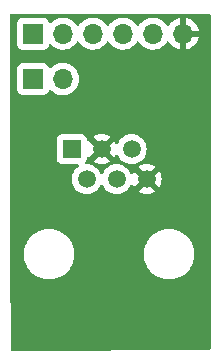
<source format=gbr>
%TF.GenerationSoftware,KiCad,Pcbnew,6.0.2+dfsg-1*%
%TF.CreationDate,2022-09-19T17:12:00+02:00*%
%TF.ProjectId,p1-interface,70312d69-6e74-4657-9266-6163652e6b69,rev?*%
%TF.SameCoordinates,Original*%
%TF.FileFunction,Copper,L2,Bot*%
%TF.FilePolarity,Positive*%
%FSLAX46Y46*%
G04 Gerber Fmt 4.6, Leading zero omitted, Abs format (unit mm)*
G04 Created by KiCad (PCBNEW 6.0.2+dfsg-1) date 2022-09-19 17:12:00*
%MOMM*%
%LPD*%
G01*
G04 APERTURE LIST*
%TA.AperFunction,ComponentPad*%
%ADD10R,1.700000X1.700000*%
%TD*%
%TA.AperFunction,ComponentPad*%
%ADD11O,1.700000X1.700000*%
%TD*%
%TA.AperFunction,ComponentPad*%
%ADD12R,1.520000X1.520000*%
%TD*%
%TA.AperFunction,ComponentPad*%
%ADD13C,1.520000*%
%TD*%
%TA.AperFunction,ViaPad*%
%ADD14C,0.800000*%
%TD*%
G04 APERTURE END LIST*
D10*
%TO.P,J2,1,Pin_1*%
%TO.N,Net-(J2-Pad1)*%
X128750000Y-62750000D03*
D11*
%TO.P,J2,2,Pin_2*%
%TO.N,+3V3*%
X131290000Y-62750000D03*
%TO.P,J2,3,Pin_3*%
X133830000Y-62750000D03*
%TO.P,J2,4,Pin_4*%
%TO.N,unconnected-(J2-Pad4)*%
X136370000Y-62750000D03*
%TO.P,J2,5,Pin_5*%
%TO.N,/rx*%
X138910000Y-62750000D03*
%TO.P,J2,6,Pin_6*%
%TO.N,GND*%
X141450000Y-62750000D03*
%TD*%
D12*
%TO.P,J1,1*%
%TO.N,+5V*%
X132030000Y-72530000D03*
D13*
%TO.P,J1,2*%
X133300000Y-75070000D03*
%TO.P,J1,3*%
%TO.N,GND*%
X134570000Y-72530000D03*
%TO.P,J1,4*%
%TO.N,unconnected-(J1-Pad4)*%
X135840000Y-75070000D03*
%TO.P,J1,5*%
%TO.N,Net-(J1-Pad5)*%
X137110000Y-72530000D03*
%TO.P,J1,6*%
%TO.N,GND*%
X138380000Y-75070000D03*
%TD*%
D10*
%TO.P,J3,1,Pin_1*%
%TO.N,Net-(J2-Pad1)*%
X128750000Y-66600000D03*
D11*
%TO.P,J3,2,Pin_2*%
%TO.N,+5V*%
X131290000Y-66600000D03*
%TD*%
D14*
%TO.N,GND*%
X129800000Y-88250000D03*
X139200000Y-65350000D03*
X141050000Y-88050000D03*
%TD*%
%TA.AperFunction,Conductor*%
%TO.N,GND*%
G36*
X143734121Y-61078002D02*
G01*
X143780614Y-61131658D01*
X143792000Y-61184000D01*
X143792000Y-89417763D01*
X143771998Y-89485884D01*
X143718342Y-89532377D01*
X143666351Y-89543763D01*
X143561784Y-89544054D01*
X126983276Y-89590235D01*
X126915101Y-89570422D01*
X126868459Y-89516896D01*
X126856926Y-89464448D01*
X126843542Y-81554277D01*
X127985735Y-81554277D01*
X128023705Y-81842687D01*
X128100465Y-82123276D01*
X128214596Y-82390852D01*
X128363985Y-82640462D01*
X128366669Y-82643813D01*
X128366671Y-82643815D01*
X128381322Y-82662102D01*
X128545867Y-82867489D01*
X128756878Y-83067731D01*
X128993113Y-83237483D01*
X129250200Y-83373603D01*
X129254223Y-83375075D01*
X129254227Y-83375077D01*
X129278709Y-83384036D01*
X129523382Y-83473574D01*
X129807604Y-83535544D01*
X129836650Y-83537830D01*
X130033297Y-83553307D01*
X130033304Y-83553307D01*
X130035753Y-83553500D01*
X130193121Y-83553500D01*
X130195257Y-83553354D01*
X130195268Y-83553354D01*
X130405949Y-83538991D01*
X130405955Y-83538990D01*
X130410226Y-83538699D01*
X130414421Y-83537830D01*
X130414423Y-83537830D01*
X130552654Y-83509204D01*
X130695081Y-83479709D01*
X130969295Y-83382605D01*
X131227793Y-83249184D01*
X131231294Y-83246723D01*
X131231298Y-83246721D01*
X131346792Y-83165550D01*
X131465792Y-83081915D01*
X131678888Y-82883894D01*
X131689895Y-82870447D01*
X131860423Y-82662102D01*
X131863139Y-82658784D01*
X132015133Y-82410752D01*
X132023869Y-82390852D01*
X132130334Y-82148315D01*
X132132059Y-82144386D01*
X132138073Y-82123276D01*
X132157782Y-82054087D01*
X132211754Y-81864616D01*
X132214286Y-81846829D01*
X132252137Y-81580870D01*
X132252742Y-81576619D01*
X132252859Y-81554277D01*
X138145735Y-81554277D01*
X138183705Y-81842687D01*
X138260465Y-82123276D01*
X138374596Y-82390852D01*
X138523985Y-82640462D01*
X138526669Y-82643813D01*
X138526671Y-82643815D01*
X138541322Y-82662102D01*
X138705867Y-82867489D01*
X138916878Y-83067731D01*
X139153113Y-83237483D01*
X139410200Y-83373603D01*
X139414223Y-83375075D01*
X139414227Y-83375077D01*
X139438709Y-83384036D01*
X139683382Y-83473574D01*
X139967604Y-83535544D01*
X139996650Y-83537830D01*
X140193297Y-83553307D01*
X140193304Y-83553307D01*
X140195753Y-83553500D01*
X140353121Y-83553500D01*
X140355257Y-83553354D01*
X140355268Y-83553354D01*
X140565949Y-83538991D01*
X140565955Y-83538990D01*
X140570226Y-83538699D01*
X140574421Y-83537830D01*
X140574423Y-83537830D01*
X140712654Y-83509204D01*
X140855081Y-83479709D01*
X141129295Y-83382605D01*
X141387793Y-83249184D01*
X141391294Y-83246723D01*
X141391298Y-83246721D01*
X141506792Y-83165550D01*
X141625792Y-83081915D01*
X141838888Y-82883894D01*
X141849895Y-82870447D01*
X142020423Y-82662102D01*
X142023139Y-82658784D01*
X142175133Y-82410752D01*
X142183869Y-82390852D01*
X142290334Y-82148315D01*
X142292059Y-82144386D01*
X142298073Y-82123276D01*
X142317782Y-82054087D01*
X142371754Y-81864616D01*
X142374286Y-81846829D01*
X142412137Y-81580870D01*
X142412742Y-81576619D01*
X142414265Y-81285723D01*
X142376295Y-80997313D01*
X142299535Y-80716724D01*
X142185404Y-80449148D01*
X142036015Y-80199538D01*
X142021337Y-80181216D01*
X141856823Y-79975869D01*
X141854133Y-79972511D01*
X141643122Y-79772269D01*
X141406887Y-79602517D01*
X141149800Y-79466397D01*
X141145777Y-79464925D01*
X141145773Y-79464923D01*
X140880649Y-79367901D01*
X140880647Y-79367900D01*
X140876618Y-79366426D01*
X140592396Y-79304456D01*
X140548598Y-79301009D01*
X140366703Y-79286693D01*
X140366696Y-79286693D01*
X140364247Y-79286500D01*
X140206879Y-79286500D01*
X140204743Y-79286646D01*
X140204732Y-79286646D01*
X139994051Y-79301009D01*
X139994045Y-79301010D01*
X139989774Y-79301301D01*
X139985579Y-79302170D01*
X139985577Y-79302170D01*
X139970130Y-79305369D01*
X139704919Y-79360291D01*
X139430705Y-79457395D01*
X139172207Y-79590816D01*
X139168706Y-79593277D01*
X139168702Y-79593279D01*
X139155558Y-79602517D01*
X138934208Y-79758085D01*
X138721112Y-79956106D01*
X138718398Y-79959422D01*
X138718395Y-79959425D01*
X138704936Y-79975869D01*
X138536861Y-80181216D01*
X138384867Y-80429248D01*
X138383148Y-80433165D01*
X138383146Y-80433168D01*
X138374397Y-80453100D01*
X138267941Y-80695614D01*
X138266765Y-80699742D01*
X138266764Y-80699745D01*
X138242218Y-80785913D01*
X138188246Y-80975384D01*
X138187642Y-80979626D01*
X138187641Y-80979632D01*
X138185125Y-80997313D01*
X138147258Y-81263381D01*
X138145735Y-81554277D01*
X132252859Y-81554277D01*
X132254265Y-81285723D01*
X132216295Y-80997313D01*
X132139535Y-80716724D01*
X132025404Y-80449148D01*
X131876015Y-80199538D01*
X131861337Y-80181216D01*
X131696823Y-79975869D01*
X131694133Y-79972511D01*
X131483122Y-79772269D01*
X131246887Y-79602517D01*
X130989800Y-79466397D01*
X130985777Y-79464925D01*
X130985773Y-79464923D01*
X130720649Y-79367901D01*
X130720647Y-79367900D01*
X130716618Y-79366426D01*
X130432396Y-79304456D01*
X130388598Y-79301009D01*
X130206703Y-79286693D01*
X130206696Y-79286693D01*
X130204247Y-79286500D01*
X130046879Y-79286500D01*
X130044743Y-79286646D01*
X130044732Y-79286646D01*
X129834051Y-79301009D01*
X129834045Y-79301010D01*
X129829774Y-79301301D01*
X129825579Y-79302170D01*
X129825577Y-79302170D01*
X129810130Y-79305369D01*
X129544919Y-79360291D01*
X129270705Y-79457395D01*
X129012207Y-79590816D01*
X129008706Y-79593277D01*
X129008702Y-79593279D01*
X128995558Y-79602517D01*
X128774208Y-79758085D01*
X128561112Y-79956106D01*
X128558398Y-79959422D01*
X128558395Y-79959425D01*
X128544936Y-79975869D01*
X128376861Y-80181216D01*
X128224867Y-80429248D01*
X128223148Y-80433165D01*
X128223146Y-80433168D01*
X128214397Y-80453100D01*
X128107941Y-80695614D01*
X128106765Y-80699742D01*
X128106764Y-80699745D01*
X128082218Y-80785913D01*
X128028246Y-80975384D01*
X128027642Y-80979626D01*
X128027641Y-80979632D01*
X128025125Y-80997313D01*
X127987258Y-81263381D01*
X127985735Y-81554277D01*
X126843542Y-81554277D01*
X126829640Y-73338134D01*
X130761500Y-73338134D01*
X130768255Y-73400316D01*
X130819385Y-73536705D01*
X130906739Y-73653261D01*
X131023295Y-73740615D01*
X131159684Y-73791745D01*
X131221866Y-73798500D01*
X132504708Y-73798500D01*
X132572829Y-73818502D01*
X132619322Y-73872158D01*
X132629426Y-73942432D01*
X132599932Y-74007012D01*
X132576979Y-74027713D01*
X132486021Y-74091402D01*
X132486018Y-74091404D01*
X132481510Y-74094561D01*
X132324561Y-74251510D01*
X132321404Y-74256018D01*
X132321402Y-74256021D01*
X132230034Y-74386509D01*
X132197251Y-74433328D01*
X132194928Y-74438310D01*
X132194925Y-74438315D01*
X132119852Y-74599310D01*
X132103447Y-74634490D01*
X132102025Y-74639798D01*
X132102024Y-74639800D01*
X132084430Y-74705461D01*
X132046000Y-74848886D01*
X132026655Y-75070000D01*
X132046000Y-75291114D01*
X132047424Y-75296427D01*
X132047424Y-75296429D01*
X132086436Y-75442022D01*
X132103447Y-75505510D01*
X132105769Y-75510490D01*
X132105770Y-75510492D01*
X132194925Y-75701685D01*
X132194928Y-75701690D01*
X132197251Y-75706672D01*
X132200407Y-75711179D01*
X132200408Y-75711181D01*
X132232041Y-75756357D01*
X132324561Y-75888490D01*
X132481510Y-76045439D01*
X132486018Y-76048596D01*
X132486021Y-76048598D01*
X132561687Y-76101580D01*
X132663327Y-76172749D01*
X132668309Y-76175072D01*
X132668314Y-76175075D01*
X132858498Y-76263759D01*
X132864490Y-76266553D01*
X132869798Y-76267975D01*
X132869800Y-76267976D01*
X133073571Y-76322576D01*
X133073573Y-76322576D01*
X133078886Y-76324000D01*
X133300000Y-76343345D01*
X133521114Y-76324000D01*
X133526427Y-76322576D01*
X133526429Y-76322576D01*
X133730200Y-76267976D01*
X133730202Y-76267975D01*
X133735510Y-76266553D01*
X133741502Y-76263759D01*
X133931686Y-76175075D01*
X133931691Y-76175072D01*
X133936673Y-76172749D01*
X134038313Y-76101580D01*
X134113979Y-76048598D01*
X134113982Y-76048596D01*
X134118490Y-76045439D01*
X134275439Y-75888490D01*
X134367960Y-75756357D01*
X134399592Y-75711181D01*
X134399593Y-75711179D01*
X134402749Y-75706672D01*
X134405072Y-75701690D01*
X134405075Y-75701685D01*
X134455805Y-75592894D01*
X134502723Y-75539609D01*
X134571000Y-75520148D01*
X134638960Y-75540690D01*
X134684195Y-75592894D01*
X134734925Y-75701685D01*
X134734928Y-75701690D01*
X134737251Y-75706672D01*
X134740407Y-75711179D01*
X134740408Y-75711181D01*
X134772041Y-75756357D01*
X134864561Y-75888490D01*
X135021510Y-76045439D01*
X135026018Y-76048596D01*
X135026021Y-76048598D01*
X135101687Y-76101580D01*
X135203327Y-76172749D01*
X135208309Y-76175072D01*
X135208314Y-76175075D01*
X135398498Y-76263759D01*
X135404490Y-76266553D01*
X135409798Y-76267975D01*
X135409800Y-76267976D01*
X135613571Y-76322576D01*
X135613573Y-76322576D01*
X135618886Y-76324000D01*
X135840000Y-76343345D01*
X136061114Y-76324000D01*
X136066427Y-76322576D01*
X136066429Y-76322576D01*
X136270200Y-76267976D01*
X136270202Y-76267975D01*
X136275510Y-76266553D01*
X136281502Y-76263759D01*
X136471686Y-76175075D01*
X136471691Y-76175072D01*
X136476673Y-76172749D01*
X136541521Y-76127342D01*
X137687213Y-76127342D01*
X137696509Y-76139357D01*
X137739069Y-76169158D01*
X137748565Y-76174641D01*
X137939680Y-76263759D01*
X137949972Y-76267505D01*
X138153660Y-76322083D01*
X138164453Y-76323986D01*
X138374525Y-76342365D01*
X138385475Y-76342365D01*
X138595547Y-76323986D01*
X138606340Y-76322083D01*
X138810028Y-76267505D01*
X138820320Y-76263759D01*
X139011435Y-76174641D01*
X139020931Y-76169158D01*
X139064329Y-76138770D01*
X139072704Y-76128293D01*
X139065635Y-76114845D01*
X138392812Y-75442022D01*
X138378868Y-75434408D01*
X138377035Y-75434539D01*
X138370420Y-75438790D01*
X137693643Y-76115567D01*
X137687213Y-76127342D01*
X136541521Y-76127342D01*
X136578313Y-76101580D01*
X136653979Y-76048598D01*
X136653982Y-76048596D01*
X136658490Y-76045439D01*
X136815439Y-75888490D01*
X136907960Y-75756357D01*
X136939592Y-75711181D01*
X136939593Y-75711179D01*
X136942749Y-75706672D01*
X136945072Y-75701690D01*
X136945075Y-75701685D01*
X136970984Y-75646122D01*
X136996081Y-75592302D01*
X137042997Y-75539018D01*
X137111274Y-75519557D01*
X137179234Y-75540099D01*
X137224470Y-75592303D01*
X137275359Y-75701435D01*
X137280842Y-75710931D01*
X137311230Y-75754329D01*
X137321707Y-75762704D01*
X137335155Y-75755635D01*
X138007978Y-75082812D01*
X138014356Y-75071132D01*
X138744408Y-75071132D01*
X138744539Y-75072965D01*
X138748790Y-75079580D01*
X139425567Y-75756357D01*
X139437342Y-75762787D01*
X139449357Y-75753491D01*
X139479158Y-75710931D01*
X139484641Y-75701435D01*
X139573759Y-75510320D01*
X139577505Y-75500028D01*
X139632083Y-75296340D01*
X139633986Y-75285547D01*
X139652365Y-75075475D01*
X139652365Y-75064525D01*
X139633986Y-74854453D01*
X139632083Y-74843660D01*
X139577505Y-74639972D01*
X139573759Y-74629680D01*
X139484641Y-74438565D01*
X139479158Y-74429069D01*
X139448770Y-74385671D01*
X139438293Y-74377296D01*
X139424845Y-74384365D01*
X138752022Y-75057188D01*
X138744408Y-75071132D01*
X138014356Y-75071132D01*
X138015592Y-75068868D01*
X138015461Y-75067035D01*
X138011210Y-75060420D01*
X137334433Y-74383643D01*
X137322658Y-74377213D01*
X137310643Y-74386509D01*
X137280842Y-74429069D01*
X137275359Y-74438565D01*
X137224470Y-74547697D01*
X137177552Y-74600982D01*
X137109275Y-74620443D01*
X137041315Y-74599901D01*
X136996080Y-74547697D01*
X136995805Y-74547106D01*
X136970984Y-74493878D01*
X136945075Y-74438315D01*
X136945072Y-74438310D01*
X136942749Y-74433328D01*
X136909966Y-74386509D01*
X136818598Y-74256021D01*
X136818596Y-74256018D01*
X136815439Y-74251510D01*
X136658490Y-74094561D01*
X136653982Y-74091404D01*
X136653979Y-74091402D01*
X136558337Y-74024433D01*
X136540162Y-74011707D01*
X137687296Y-74011707D01*
X137694365Y-74025155D01*
X138367188Y-74697978D01*
X138381132Y-74705592D01*
X138382965Y-74705461D01*
X138389580Y-74701210D01*
X139066357Y-74024433D01*
X139072787Y-74012658D01*
X139063491Y-74000643D01*
X139020931Y-73970842D01*
X139011435Y-73965359D01*
X138820320Y-73876241D01*
X138810028Y-73872495D01*
X138606340Y-73817917D01*
X138595547Y-73816014D01*
X138385475Y-73797635D01*
X138374525Y-73797635D01*
X138164453Y-73816014D01*
X138153660Y-73817917D01*
X137949972Y-73872495D01*
X137939680Y-73876241D01*
X137748565Y-73965359D01*
X137739069Y-73970842D01*
X137695671Y-74001230D01*
X137687296Y-74011707D01*
X136540162Y-74011707D01*
X136476673Y-73967251D01*
X136471691Y-73964928D01*
X136471686Y-73964925D01*
X136280492Y-73875770D01*
X136280491Y-73875769D01*
X136275510Y-73873447D01*
X136270202Y-73872025D01*
X136270200Y-73872024D01*
X136066429Y-73817424D01*
X136066427Y-73817424D01*
X136061114Y-73816000D01*
X135840000Y-73796655D01*
X135618886Y-73816000D01*
X135613573Y-73817424D01*
X135613571Y-73817424D01*
X135409800Y-73872024D01*
X135409798Y-73872025D01*
X135404490Y-73873447D01*
X135399510Y-73875769D01*
X135399508Y-73875770D01*
X135208315Y-73964925D01*
X135208310Y-73964928D01*
X135203328Y-73967251D01*
X135198821Y-73970407D01*
X135198819Y-73970408D01*
X135026021Y-74091402D01*
X135026018Y-74091404D01*
X135021510Y-74094561D01*
X134864561Y-74251510D01*
X134861404Y-74256018D01*
X134861402Y-74256021D01*
X134770034Y-74386509D01*
X134737251Y-74433328D01*
X134734928Y-74438310D01*
X134734925Y-74438315D01*
X134684195Y-74547106D01*
X134637277Y-74600391D01*
X134569000Y-74619852D01*
X134501040Y-74599310D01*
X134455805Y-74547106D01*
X134405075Y-74438315D01*
X134405072Y-74438310D01*
X134402749Y-74433328D01*
X134369966Y-74386509D01*
X134278598Y-74256021D01*
X134278596Y-74256018D01*
X134275439Y-74251510D01*
X134118490Y-74094561D01*
X134113982Y-74091404D01*
X134113979Y-74091402D01*
X134018337Y-74024433D01*
X133936673Y-73967251D01*
X133931691Y-73964928D01*
X133931686Y-73964925D01*
X133740492Y-73875770D01*
X133740491Y-73875769D01*
X133735510Y-73873447D01*
X133730202Y-73872025D01*
X133730200Y-73872024D01*
X133526429Y-73817424D01*
X133526427Y-73817424D01*
X133521114Y-73816000D01*
X133300000Y-73796655D01*
X133296682Y-73796945D01*
X133229204Y-73777132D01*
X133182711Y-73723476D01*
X133172607Y-73653202D01*
X133196499Y-73595569D01*
X133202665Y-73587342D01*
X133877213Y-73587342D01*
X133886509Y-73599357D01*
X133929069Y-73629158D01*
X133938565Y-73634641D01*
X134129680Y-73723759D01*
X134139972Y-73727505D01*
X134343660Y-73782083D01*
X134354453Y-73783986D01*
X134564525Y-73802365D01*
X134575475Y-73802365D01*
X134785547Y-73783986D01*
X134796340Y-73782083D01*
X135000028Y-73727505D01*
X135010320Y-73723759D01*
X135201435Y-73634641D01*
X135210931Y-73629158D01*
X135254329Y-73598770D01*
X135262704Y-73588293D01*
X135255635Y-73574845D01*
X134582812Y-72902022D01*
X134568868Y-72894408D01*
X134567035Y-72894539D01*
X134560420Y-72898790D01*
X133883643Y-73575567D01*
X133877213Y-73587342D01*
X133202665Y-73587342D01*
X133235229Y-73543892D01*
X133235230Y-73543890D01*
X133240615Y-73536705D01*
X133291745Y-73400316D01*
X133298500Y-73338134D01*
X133298500Y-73314303D01*
X133318502Y-73246182D01*
X133372158Y-73199689D01*
X133442432Y-73189585D01*
X133503170Y-73215881D01*
X133511706Y-73222704D01*
X133525155Y-73215635D01*
X134197978Y-72542812D01*
X134204356Y-72531132D01*
X134934408Y-72531132D01*
X134934539Y-72532965D01*
X134938790Y-72539580D01*
X135615567Y-73216357D01*
X135627342Y-73222787D01*
X135639357Y-73213491D01*
X135669158Y-73170931D01*
X135674641Y-73161435D01*
X135725530Y-73052303D01*
X135772448Y-72999018D01*
X135840725Y-72979557D01*
X135908685Y-73000099D01*
X135953920Y-73052303D01*
X136004925Y-73161685D01*
X136004928Y-73161690D01*
X136007251Y-73166672D01*
X136010407Y-73171179D01*
X136010408Y-73171181D01*
X136127310Y-73338134D01*
X136134561Y-73348490D01*
X136291510Y-73505439D01*
X136296018Y-73508596D01*
X136296021Y-73508598D01*
X136336162Y-73536705D01*
X136473327Y-73632749D01*
X136478309Y-73635072D01*
X136478314Y-73635075D01*
X136667891Y-73723476D01*
X136674490Y-73726553D01*
X136679798Y-73727975D01*
X136679800Y-73727976D01*
X136883571Y-73782576D01*
X136883573Y-73782576D01*
X136888886Y-73784000D01*
X137110000Y-73803345D01*
X137331114Y-73784000D01*
X137336427Y-73782576D01*
X137336429Y-73782576D01*
X137540200Y-73727976D01*
X137540202Y-73727975D01*
X137545510Y-73726553D01*
X137552109Y-73723476D01*
X137741686Y-73635075D01*
X137741691Y-73635072D01*
X137746673Y-73632749D01*
X137883838Y-73536705D01*
X137923979Y-73508598D01*
X137923982Y-73508596D01*
X137928490Y-73505439D01*
X138085439Y-73348490D01*
X138092691Y-73338134D01*
X138209592Y-73171181D01*
X138209593Y-73171179D01*
X138212749Y-73166672D01*
X138215072Y-73161690D01*
X138215075Y-73161685D01*
X138304230Y-72970492D01*
X138304231Y-72970490D01*
X138306553Y-72965510D01*
X138323565Y-72902022D01*
X138362576Y-72756429D01*
X138362576Y-72756427D01*
X138364000Y-72751114D01*
X138383345Y-72530000D01*
X138364000Y-72308886D01*
X138325570Y-72165461D01*
X138307976Y-72099800D01*
X138307975Y-72099798D01*
X138306553Y-72094490D01*
X138290424Y-72059901D01*
X138215075Y-71898315D01*
X138215072Y-71898310D01*
X138212749Y-71893328D01*
X138179447Y-71845768D01*
X138088598Y-71716021D01*
X138088596Y-71716018D01*
X138085439Y-71711510D01*
X137928490Y-71554561D01*
X137923982Y-71551404D01*
X137923979Y-71551402D01*
X137828337Y-71484433D01*
X137746673Y-71427251D01*
X137741691Y-71424928D01*
X137741686Y-71424925D01*
X137550492Y-71335770D01*
X137550491Y-71335769D01*
X137545510Y-71333447D01*
X137540202Y-71332025D01*
X137540200Y-71332024D01*
X137336429Y-71277424D01*
X137336427Y-71277424D01*
X137331114Y-71276000D01*
X137110000Y-71256655D01*
X136888886Y-71276000D01*
X136883573Y-71277424D01*
X136883571Y-71277424D01*
X136679800Y-71332024D01*
X136679798Y-71332025D01*
X136674490Y-71333447D01*
X136669510Y-71335769D01*
X136669508Y-71335770D01*
X136478315Y-71424925D01*
X136478310Y-71424928D01*
X136473328Y-71427251D01*
X136468821Y-71430407D01*
X136468819Y-71430408D01*
X136296021Y-71551402D01*
X136296018Y-71551404D01*
X136291510Y-71554561D01*
X136134561Y-71711510D01*
X136131404Y-71716018D01*
X136131402Y-71716021D01*
X136040553Y-71845768D01*
X136007251Y-71893328D01*
X136004928Y-71898310D01*
X136004925Y-71898315D01*
X135953920Y-72007697D01*
X135907003Y-72060982D01*
X135838726Y-72080443D01*
X135770766Y-72059901D01*
X135725530Y-72007697D01*
X135674641Y-71898565D01*
X135669158Y-71889069D01*
X135638770Y-71845671D01*
X135628293Y-71837296D01*
X135614845Y-71844365D01*
X134942022Y-72517188D01*
X134934408Y-72531132D01*
X134204356Y-72531132D01*
X134205592Y-72528868D01*
X134205461Y-72527035D01*
X134201210Y-72520420D01*
X133524433Y-71843643D01*
X133512658Y-71837213D01*
X133501600Y-71845768D01*
X133435482Y-71871631D01*
X133365877Y-71857643D01*
X133314885Y-71808244D01*
X133298500Y-71746111D01*
X133298500Y-71721866D01*
X133291745Y-71659684D01*
X133240615Y-71523295D01*
X133201952Y-71471707D01*
X133877296Y-71471707D01*
X133884365Y-71485155D01*
X134557188Y-72157978D01*
X134571132Y-72165592D01*
X134572965Y-72165461D01*
X134579580Y-72161210D01*
X135256357Y-71484433D01*
X135262787Y-71472658D01*
X135253491Y-71460643D01*
X135210931Y-71430842D01*
X135201435Y-71425359D01*
X135010320Y-71336241D01*
X135000028Y-71332495D01*
X134796340Y-71277917D01*
X134785547Y-71276014D01*
X134575475Y-71257635D01*
X134564525Y-71257635D01*
X134354453Y-71276014D01*
X134343660Y-71277917D01*
X134139972Y-71332495D01*
X134129680Y-71336241D01*
X133938565Y-71425359D01*
X133929069Y-71430842D01*
X133885671Y-71461230D01*
X133877296Y-71471707D01*
X133201952Y-71471707D01*
X133153261Y-71406739D01*
X133036705Y-71319385D01*
X132900316Y-71268255D01*
X132838134Y-71261500D01*
X131221866Y-71261500D01*
X131159684Y-71268255D01*
X131023295Y-71319385D01*
X130906739Y-71406739D01*
X130819385Y-71523295D01*
X130768255Y-71659684D01*
X130761500Y-71721866D01*
X130761500Y-73338134D01*
X126829640Y-73338134D01*
X126819758Y-67498134D01*
X127391500Y-67498134D01*
X127398255Y-67560316D01*
X127449385Y-67696705D01*
X127536739Y-67813261D01*
X127653295Y-67900615D01*
X127789684Y-67951745D01*
X127851866Y-67958500D01*
X129648134Y-67958500D01*
X129710316Y-67951745D01*
X129846705Y-67900615D01*
X129963261Y-67813261D01*
X130050615Y-67696705D01*
X130072799Y-67637529D01*
X130094598Y-67579382D01*
X130137240Y-67522618D01*
X130203802Y-67497918D01*
X130273150Y-67513126D01*
X130307817Y-67541114D01*
X130336250Y-67573938D01*
X130508126Y-67716632D01*
X130701000Y-67829338D01*
X130909692Y-67909030D01*
X130914760Y-67910061D01*
X130914763Y-67910062D01*
X131022017Y-67931883D01*
X131128597Y-67953567D01*
X131133772Y-67953757D01*
X131133774Y-67953757D01*
X131346673Y-67961564D01*
X131346677Y-67961564D01*
X131351837Y-67961753D01*
X131356957Y-67961097D01*
X131356959Y-67961097D01*
X131568288Y-67934025D01*
X131568289Y-67934025D01*
X131573416Y-67933368D01*
X131578366Y-67931883D01*
X131782429Y-67870661D01*
X131782434Y-67870659D01*
X131787384Y-67869174D01*
X131987994Y-67770896D01*
X132169860Y-67641173D01*
X132328096Y-67483489D01*
X132458453Y-67302077D01*
X132557430Y-67101811D01*
X132622370Y-66888069D01*
X132651529Y-66666590D01*
X132653156Y-66600000D01*
X132634852Y-66377361D01*
X132580431Y-66160702D01*
X132491354Y-65955840D01*
X132370014Y-65768277D01*
X132219670Y-65603051D01*
X132215619Y-65599852D01*
X132215615Y-65599848D01*
X132048414Y-65467800D01*
X132048410Y-65467798D01*
X132044359Y-65464598D01*
X131848789Y-65356638D01*
X131843920Y-65354914D01*
X131843916Y-65354912D01*
X131643087Y-65283795D01*
X131643083Y-65283794D01*
X131638212Y-65282069D01*
X131633119Y-65281162D01*
X131633116Y-65281161D01*
X131423373Y-65243800D01*
X131423367Y-65243799D01*
X131418284Y-65242894D01*
X131344452Y-65241992D01*
X131200081Y-65240228D01*
X131200079Y-65240228D01*
X131194911Y-65240165D01*
X130974091Y-65273955D01*
X130761756Y-65343357D01*
X130563607Y-65446507D01*
X130559474Y-65449610D01*
X130559471Y-65449612D01*
X130389100Y-65577530D01*
X130384965Y-65580635D01*
X130328537Y-65639684D01*
X130304283Y-65665064D01*
X130242759Y-65700494D01*
X130171846Y-65697037D01*
X130114060Y-65655791D01*
X130095207Y-65622243D01*
X130053767Y-65511703D01*
X130050615Y-65503295D01*
X129963261Y-65386739D01*
X129846705Y-65299385D01*
X129710316Y-65248255D01*
X129648134Y-65241500D01*
X127851866Y-65241500D01*
X127789684Y-65248255D01*
X127653295Y-65299385D01*
X127536739Y-65386739D01*
X127449385Y-65503295D01*
X127398255Y-65639684D01*
X127391500Y-65701866D01*
X127391500Y-67498134D01*
X126819758Y-67498134D01*
X126813244Y-63648134D01*
X127391500Y-63648134D01*
X127398255Y-63710316D01*
X127449385Y-63846705D01*
X127536739Y-63963261D01*
X127653295Y-64050615D01*
X127789684Y-64101745D01*
X127851866Y-64108500D01*
X129648134Y-64108500D01*
X129710316Y-64101745D01*
X129846705Y-64050615D01*
X129963261Y-63963261D01*
X130050615Y-63846705D01*
X130072799Y-63787529D01*
X130094598Y-63729382D01*
X130137240Y-63672618D01*
X130203802Y-63647918D01*
X130273150Y-63663126D01*
X130307817Y-63691114D01*
X130336250Y-63723938D01*
X130508126Y-63866632D01*
X130701000Y-63979338D01*
X130909692Y-64059030D01*
X130914760Y-64060061D01*
X130914763Y-64060062D01*
X131009862Y-64079410D01*
X131128597Y-64103567D01*
X131133772Y-64103757D01*
X131133774Y-64103757D01*
X131346673Y-64111564D01*
X131346677Y-64111564D01*
X131351837Y-64111753D01*
X131356957Y-64111097D01*
X131356959Y-64111097D01*
X131568288Y-64084025D01*
X131568289Y-64084025D01*
X131573416Y-64083368D01*
X131578366Y-64081883D01*
X131782429Y-64020661D01*
X131782434Y-64020659D01*
X131787384Y-64019174D01*
X131987994Y-63920896D01*
X132169860Y-63791173D01*
X132328096Y-63633489D01*
X132458453Y-63452077D01*
X132459776Y-63453028D01*
X132506645Y-63409857D01*
X132576580Y-63397625D01*
X132642026Y-63425144D01*
X132669875Y-63456994D01*
X132729987Y-63555088D01*
X132876250Y-63723938D01*
X133048126Y-63866632D01*
X133241000Y-63979338D01*
X133449692Y-64059030D01*
X133454760Y-64060061D01*
X133454763Y-64060062D01*
X133549862Y-64079410D01*
X133668597Y-64103567D01*
X133673772Y-64103757D01*
X133673774Y-64103757D01*
X133886673Y-64111564D01*
X133886677Y-64111564D01*
X133891837Y-64111753D01*
X133896957Y-64111097D01*
X133896959Y-64111097D01*
X134108288Y-64084025D01*
X134108289Y-64084025D01*
X134113416Y-64083368D01*
X134118366Y-64081883D01*
X134322429Y-64020661D01*
X134322434Y-64020659D01*
X134327384Y-64019174D01*
X134527994Y-63920896D01*
X134709860Y-63791173D01*
X134868096Y-63633489D01*
X134998453Y-63452077D01*
X134999776Y-63453028D01*
X135046645Y-63409857D01*
X135116580Y-63397625D01*
X135182026Y-63425144D01*
X135209875Y-63456994D01*
X135269987Y-63555088D01*
X135416250Y-63723938D01*
X135588126Y-63866632D01*
X135781000Y-63979338D01*
X135989692Y-64059030D01*
X135994760Y-64060061D01*
X135994763Y-64060062D01*
X136089862Y-64079410D01*
X136208597Y-64103567D01*
X136213772Y-64103757D01*
X136213774Y-64103757D01*
X136426673Y-64111564D01*
X136426677Y-64111564D01*
X136431837Y-64111753D01*
X136436957Y-64111097D01*
X136436959Y-64111097D01*
X136648288Y-64084025D01*
X136648289Y-64084025D01*
X136653416Y-64083368D01*
X136658366Y-64081883D01*
X136862429Y-64020661D01*
X136862434Y-64020659D01*
X136867384Y-64019174D01*
X137067994Y-63920896D01*
X137249860Y-63791173D01*
X137408096Y-63633489D01*
X137538453Y-63452077D01*
X137539776Y-63453028D01*
X137586645Y-63409857D01*
X137656580Y-63397625D01*
X137722026Y-63425144D01*
X137749875Y-63456994D01*
X137809987Y-63555088D01*
X137956250Y-63723938D01*
X138128126Y-63866632D01*
X138321000Y-63979338D01*
X138529692Y-64059030D01*
X138534760Y-64060061D01*
X138534763Y-64060062D01*
X138629862Y-64079410D01*
X138748597Y-64103567D01*
X138753772Y-64103757D01*
X138753774Y-64103757D01*
X138966673Y-64111564D01*
X138966677Y-64111564D01*
X138971837Y-64111753D01*
X138976957Y-64111097D01*
X138976959Y-64111097D01*
X139188288Y-64084025D01*
X139188289Y-64084025D01*
X139193416Y-64083368D01*
X139198366Y-64081883D01*
X139402429Y-64020661D01*
X139402434Y-64020659D01*
X139407384Y-64019174D01*
X139607994Y-63920896D01*
X139789860Y-63791173D01*
X139948096Y-63633489D01*
X140078453Y-63452077D01*
X140079640Y-63452930D01*
X140126960Y-63409362D01*
X140196897Y-63397145D01*
X140262338Y-63424678D01*
X140290166Y-63456511D01*
X140347694Y-63550388D01*
X140353777Y-63558699D01*
X140493213Y-63719667D01*
X140500580Y-63726883D01*
X140664434Y-63862916D01*
X140672881Y-63868831D01*
X140856756Y-63976279D01*
X140866042Y-63980729D01*
X141065001Y-64056703D01*
X141074899Y-64059579D01*
X141178250Y-64080606D01*
X141192299Y-64079410D01*
X141196000Y-64069065D01*
X141196000Y-64068517D01*
X141704000Y-64068517D01*
X141708064Y-64082359D01*
X141721478Y-64084393D01*
X141728184Y-64083534D01*
X141738262Y-64081392D01*
X141942255Y-64020191D01*
X141951842Y-64016433D01*
X142143095Y-63922739D01*
X142151945Y-63917464D01*
X142325328Y-63793792D01*
X142333200Y-63787139D01*
X142484052Y-63636812D01*
X142490730Y-63628965D01*
X142615003Y-63456020D01*
X142620313Y-63447183D01*
X142714670Y-63256267D01*
X142718469Y-63246672D01*
X142780377Y-63042910D01*
X142782555Y-63032837D01*
X142783986Y-63021962D01*
X142781775Y-63007778D01*
X142768617Y-63004000D01*
X141722115Y-63004000D01*
X141706876Y-63008475D01*
X141705671Y-63009865D01*
X141704000Y-63017548D01*
X141704000Y-64068517D01*
X141196000Y-64068517D01*
X141196000Y-62477885D01*
X141704000Y-62477885D01*
X141708475Y-62493124D01*
X141709865Y-62494329D01*
X141717548Y-62496000D01*
X142768344Y-62496000D01*
X142781875Y-62492027D01*
X142783180Y-62482947D01*
X142741214Y-62315875D01*
X142737894Y-62306124D01*
X142652972Y-62110814D01*
X142648105Y-62101739D01*
X142532426Y-61922926D01*
X142526136Y-61914757D01*
X142382806Y-61757240D01*
X142375273Y-61750215D01*
X142208139Y-61618222D01*
X142199552Y-61612517D01*
X142013117Y-61509599D01*
X142003705Y-61505369D01*
X141802959Y-61434280D01*
X141792988Y-61431646D01*
X141721837Y-61418972D01*
X141708540Y-61420432D01*
X141704000Y-61434989D01*
X141704000Y-62477885D01*
X141196000Y-62477885D01*
X141196000Y-61433102D01*
X141192082Y-61419758D01*
X141177806Y-61417771D01*
X141139324Y-61423660D01*
X141129288Y-61426051D01*
X140926868Y-61492212D01*
X140917359Y-61496209D01*
X140728463Y-61594542D01*
X140719738Y-61600036D01*
X140549433Y-61727905D01*
X140541726Y-61734748D01*
X140394590Y-61888717D01*
X140388109Y-61896722D01*
X140283498Y-62050074D01*
X140228587Y-62095076D01*
X140158062Y-62103247D01*
X140094315Y-62071993D01*
X140073618Y-62047509D01*
X139992822Y-61922617D01*
X139992820Y-61922614D01*
X139990014Y-61918277D01*
X139839670Y-61753051D01*
X139835619Y-61749852D01*
X139835615Y-61749848D01*
X139668414Y-61617800D01*
X139668410Y-61617798D01*
X139664359Y-61614598D01*
X139628028Y-61594542D01*
X139612136Y-61585769D01*
X139468789Y-61506638D01*
X139463920Y-61504914D01*
X139463916Y-61504912D01*
X139263087Y-61433795D01*
X139263083Y-61433794D01*
X139258212Y-61432069D01*
X139253119Y-61431162D01*
X139253116Y-61431161D01*
X139043373Y-61393800D01*
X139043367Y-61393799D01*
X139038284Y-61392894D01*
X138964452Y-61391992D01*
X138820081Y-61390228D01*
X138820079Y-61390228D01*
X138814911Y-61390165D01*
X138594091Y-61423955D01*
X138381756Y-61493357D01*
X138183607Y-61596507D01*
X138179474Y-61599610D01*
X138179471Y-61599612D01*
X138009100Y-61727530D01*
X138004965Y-61730635D01*
X138001393Y-61734373D01*
X137893729Y-61847037D01*
X137850629Y-61892138D01*
X137743201Y-62049621D01*
X137688293Y-62094621D01*
X137617768Y-62102792D01*
X137554021Y-62071538D01*
X137533324Y-62047054D01*
X137452822Y-61922617D01*
X137452820Y-61922614D01*
X137450014Y-61918277D01*
X137299670Y-61753051D01*
X137295619Y-61749852D01*
X137295615Y-61749848D01*
X137128414Y-61617800D01*
X137128410Y-61617798D01*
X137124359Y-61614598D01*
X137088028Y-61594542D01*
X137072136Y-61585769D01*
X136928789Y-61506638D01*
X136923920Y-61504914D01*
X136923916Y-61504912D01*
X136723087Y-61433795D01*
X136723083Y-61433794D01*
X136718212Y-61432069D01*
X136713119Y-61431162D01*
X136713116Y-61431161D01*
X136503373Y-61393800D01*
X136503367Y-61393799D01*
X136498284Y-61392894D01*
X136424452Y-61391992D01*
X136280081Y-61390228D01*
X136280079Y-61390228D01*
X136274911Y-61390165D01*
X136054091Y-61423955D01*
X135841756Y-61493357D01*
X135643607Y-61596507D01*
X135639474Y-61599610D01*
X135639471Y-61599612D01*
X135469100Y-61727530D01*
X135464965Y-61730635D01*
X135461393Y-61734373D01*
X135353729Y-61847037D01*
X135310629Y-61892138D01*
X135203201Y-62049621D01*
X135148293Y-62094621D01*
X135077768Y-62102792D01*
X135014021Y-62071538D01*
X134993324Y-62047054D01*
X134912822Y-61922617D01*
X134912820Y-61922614D01*
X134910014Y-61918277D01*
X134759670Y-61753051D01*
X134755619Y-61749852D01*
X134755615Y-61749848D01*
X134588414Y-61617800D01*
X134588410Y-61617798D01*
X134584359Y-61614598D01*
X134548028Y-61594542D01*
X134532136Y-61585769D01*
X134388789Y-61506638D01*
X134383920Y-61504914D01*
X134383916Y-61504912D01*
X134183087Y-61433795D01*
X134183083Y-61433794D01*
X134178212Y-61432069D01*
X134173119Y-61431162D01*
X134173116Y-61431161D01*
X133963373Y-61393800D01*
X133963367Y-61393799D01*
X133958284Y-61392894D01*
X133884452Y-61391992D01*
X133740081Y-61390228D01*
X133740079Y-61390228D01*
X133734911Y-61390165D01*
X133514091Y-61423955D01*
X133301756Y-61493357D01*
X133103607Y-61596507D01*
X133099474Y-61599610D01*
X133099471Y-61599612D01*
X132929100Y-61727530D01*
X132924965Y-61730635D01*
X132921393Y-61734373D01*
X132813729Y-61847037D01*
X132770629Y-61892138D01*
X132663201Y-62049621D01*
X132608293Y-62094621D01*
X132537768Y-62102792D01*
X132474021Y-62071538D01*
X132453324Y-62047054D01*
X132372822Y-61922617D01*
X132372820Y-61922614D01*
X132370014Y-61918277D01*
X132219670Y-61753051D01*
X132215619Y-61749852D01*
X132215615Y-61749848D01*
X132048414Y-61617800D01*
X132048410Y-61617798D01*
X132044359Y-61614598D01*
X132008028Y-61594542D01*
X131992136Y-61585769D01*
X131848789Y-61506638D01*
X131843920Y-61504914D01*
X131843916Y-61504912D01*
X131643087Y-61433795D01*
X131643083Y-61433794D01*
X131638212Y-61432069D01*
X131633119Y-61431162D01*
X131633116Y-61431161D01*
X131423373Y-61393800D01*
X131423367Y-61393799D01*
X131418284Y-61392894D01*
X131344452Y-61391992D01*
X131200081Y-61390228D01*
X131200079Y-61390228D01*
X131194911Y-61390165D01*
X130974091Y-61423955D01*
X130761756Y-61493357D01*
X130563607Y-61596507D01*
X130559474Y-61599610D01*
X130559471Y-61599612D01*
X130389100Y-61727530D01*
X130384965Y-61730635D01*
X130328537Y-61789684D01*
X130304283Y-61815064D01*
X130242759Y-61850494D01*
X130171846Y-61847037D01*
X130114060Y-61805791D01*
X130095207Y-61772243D01*
X130053767Y-61661703D01*
X130050615Y-61653295D01*
X129963261Y-61536739D01*
X129846705Y-61449385D01*
X129710316Y-61398255D01*
X129648134Y-61391500D01*
X127851866Y-61391500D01*
X127789684Y-61398255D01*
X127653295Y-61449385D01*
X127536739Y-61536739D01*
X127449385Y-61653295D01*
X127398255Y-61789684D01*
X127391500Y-61851866D01*
X127391500Y-63648134D01*
X126813244Y-63648134D01*
X126809075Y-61184213D01*
X126828962Y-61116059D01*
X126882539Y-61069475D01*
X126935075Y-61058000D01*
X143666000Y-61058000D01*
X143734121Y-61078002D01*
G37*
%TD.AperFunction*%
%TD*%
M02*

</source>
